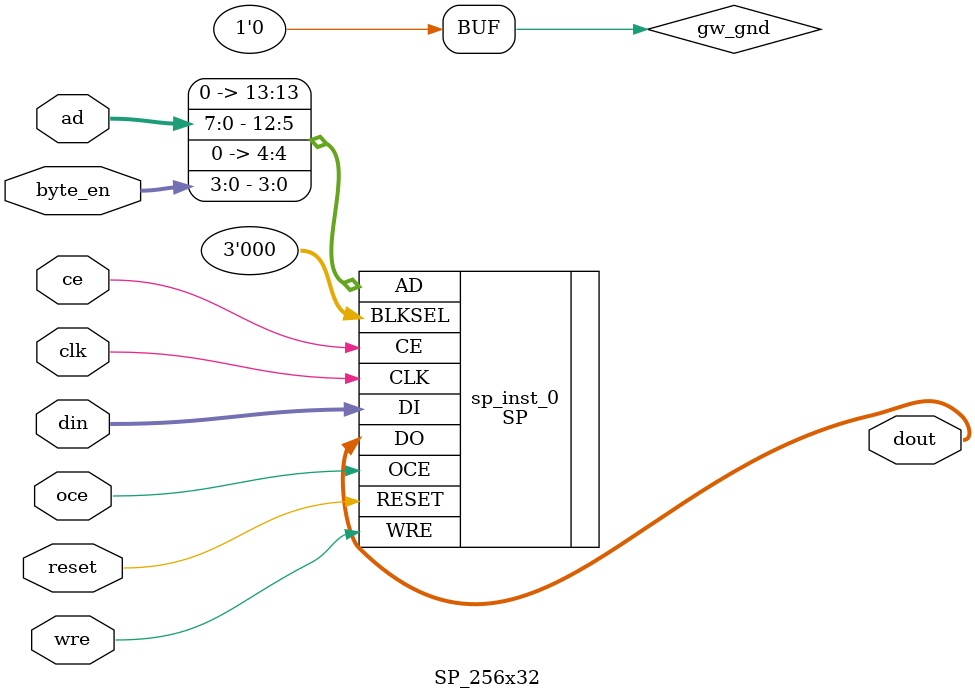
<source format=v>

module SP_256x32 (dout, clk, oce, ce, reset, wre, ad, din, byte_en);

output [31:0] dout;
input clk;
input oce;
input ce;
input reset;
input wre;
input [7:0] ad;
input [31:0] din;
input [3:0] byte_en;

wire gw_gnd;

assign gw_gnd = 1'b0;

SP sp_inst_0 (
    .DO(dout[31:0]),
    .CLK(clk),
    .OCE(oce),
    .CE(ce),
    .RESET(reset),
    .WRE(wre),
    .BLKSEL({gw_gnd,gw_gnd,gw_gnd}),
    .AD({gw_gnd,ad[7:0],gw_gnd,byte_en[3:0]}),
    .DI(din[31:0])
);

defparam sp_inst_0.READ_MODE = 1'b0;
defparam sp_inst_0.WRITE_MODE = 2'b01;
defparam sp_inst_0.BIT_WIDTH = 32;
defparam sp_inst_0.BLK_SEL = 3'b000;
defparam sp_inst_0.RESET_MODE = "SYNC";

endmodule //SP_256x32

</source>
